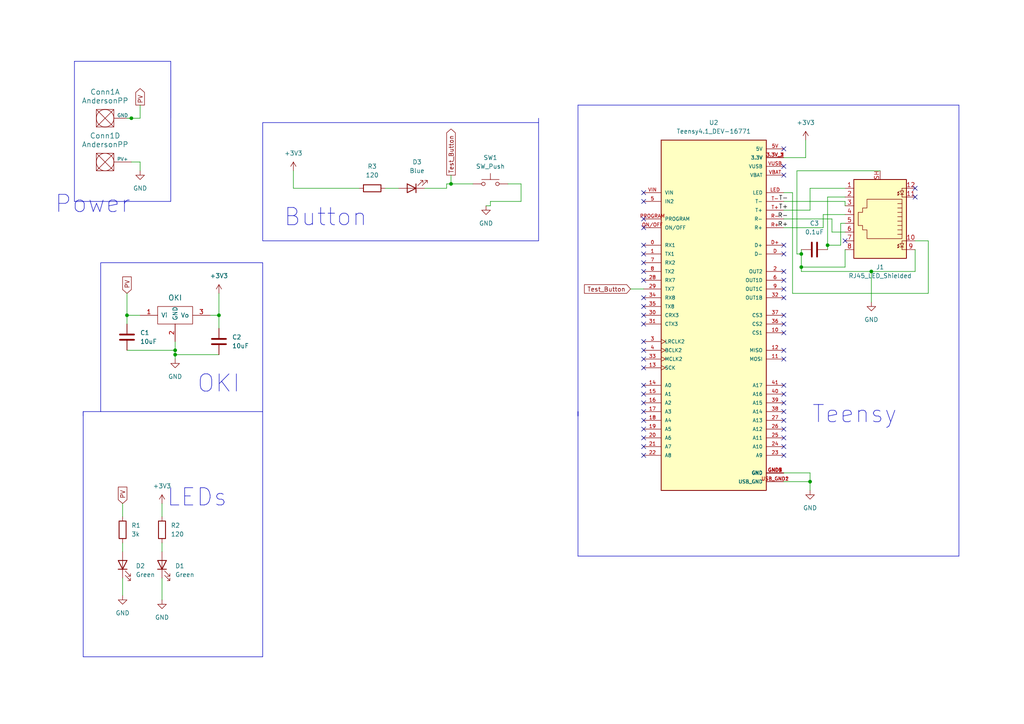
<source format=kicad_sch>
(kicad_sch (version 20230121) (generator eeschema)
  (paper "A4")
  (lib_symbols
    (symbol "Connector:RJ45_LED_Shielded" (pin_names (offset 1.016))
      (property "Reference" "J" (at -5.08 13.97 0))
      (property "Value" "RJ45_LED_Shielded" (at 1.27 13.97 0))
      (symbol "RJ45_LED_Shielded_0_1"
        (polyline (pts (xy -7.62 -7.62) (xy -6.35 -7.62)))
        (polyline (pts (xy -7.62 -5.08) (xy -6.35 -5.08)))
        (polyline (pts (xy -7.62 7.62) (xy -6.35 7.62)))
        (polyline (pts (xy -7.62 10.16) (xy -6.35 10.16)))
        (polyline (pts (xy -6.858 -5.842) (xy -5.842 -5.842)))
        (polyline (pts (xy -6.858 9.398) (xy -5.842 9.398)))
        (polyline (pts (xy -6.35 -7.62) (xy -6.35 -6.858)))
        (polyline (pts (xy -6.35 -5.08) (xy -6.35 -5.842)))
        (polyline (pts (xy -6.35 7.62) (xy -6.35 8.382)))
        (polyline (pts (xy -6.35 10.16) (xy -6.35 9.398)))
        (polyline (pts (xy -5.08 -6.223) (xy -5.207 -6.604)))
        (polyline (pts (xy -5.08 -5.588) (xy -5.207 -5.969)))
        (polyline (pts (xy -5.08 4.445) (xy -6.35 4.445)))
        (polyline (pts (xy -5.08 5.715) (xy -6.35 5.715)))
        (polyline (pts (xy -5.08 9.017) (xy -5.207 8.636)))
        (polyline (pts (xy -5.08 9.652) (xy -5.207 9.271)))
        (polyline (pts (xy -6.35 -3.175) (xy -5.08 -3.175) (xy -5.08 -3.175)))
        (polyline (pts (xy -6.35 -1.905) (xy -5.08 -1.905) (xy -5.08 -1.905)))
        (polyline (pts (xy -6.35 -0.635) (xy -5.08 -0.635) (xy -5.08 -0.635)))
        (polyline (pts (xy -6.35 0.635) (xy -5.08 0.635) (xy -5.08 0.635)))
        (polyline (pts (xy -6.35 1.905) (xy -5.08 1.905) (xy -5.08 1.905)))
        (polyline (pts (xy -5.588 -6.731) (xy -5.08 -6.223) (xy -5.461 -6.35)))
        (polyline (pts (xy -5.588 -6.096) (xy -5.08 -5.588) (xy -5.461 -5.715)))
        (polyline (pts (xy -5.588 8.509) (xy -5.08 9.017) (xy -5.461 8.89)))
        (polyline (pts (xy -5.588 9.144) (xy -5.08 9.652) (xy -5.461 9.525)))
        (polyline (pts (xy -5.08 3.175) (xy -6.35 3.175) (xy -6.35 3.175)))
        (polyline (pts (xy -6.35 -5.842) (xy -6.858 -6.858) (xy -5.842 -6.858) (xy -6.35 -5.842)))
        (polyline (pts (xy -6.35 9.398) (xy -6.858 8.382) (xy -5.842 8.382) (xy -6.35 9.398)))
        (polyline (pts (xy -6.35 -4.445) (xy -6.35 6.985) (xy 3.81 6.985) (xy 3.81 4.445) (xy 5.08 4.445) (xy 5.08 3.175) (xy 6.35 3.175) (xy 6.35 -0.635) (xy 5.08 -0.635) (xy 5.08 -1.905) (xy 3.81 -1.905) (xy 3.81 -4.445) (xy -6.35 -4.445) (xy -6.35 -4.445)))
        (rectangle (start 7.62 12.7) (end -7.62 -10.16) (stroke (width 0.254)) (fill (type background)))
      )
      (symbol "RJ45_LED_Shielded_1_1"
        (pin passive line (at 10.16 -7.62 180) (length 2.54) (name "~") (number "1"))
        (pin passive line (at -10.16 7.62 0) (length 2.54) (name "~") (number "10"))
        (pin passive line (at -10.16 -5.08 0) (length 2.54) (name "~") (number "11"))
        (pin passive line (at -10.16 -7.62 0) (length 2.54) (name "~") (number "12"))
        (pin passive line (at 10.16 -5.08 180) (length 2.54) (name "~") (number "2"))
        (pin passive line (at 10.16 -2.54 180) (length 2.54) (name "~") (number "3"))
        (pin passive line (at 10.16 0 180) (length 2.54) (name "~") (number "4"))
        (pin passive line (at 10.16 2.54 180) (length 2.54) (name "~") (number "5"))
        (pin passive line (at 10.16 5.08 180) (length 2.54) (name "~") (number "6"))
        (pin passive line (at 10.16 7.62 180) (length 2.54) (name "~") (number "7"))
        (pin passive line (at 10.16 10.16 180) (length 2.54) (name "~") (number "8"))
        (pin passive line (at -10.16 10.16 0) (length 2.54) (name "~") (number "9"))
        (pin passive line (at 0 -12.7 90) (length 2.54) (name "~") (number "SH"))
      )
    )
    (symbol "Device:C" (pin_numbers hide) (pin_names (offset 0.254))
      (property "Reference" "C" (at 0.635 2.54 0))
      (property "Value" "C" (at 0.635 -2.54 0))
      (symbol "C_0_1"
        (polyline (pts (xy -2.032 -0.762) (xy 2.032 -0.762)) (stroke (width 0.508)))
        (polyline (pts (xy -2.032 0.762) (xy 2.032 0.762)) (stroke (width 0.508)))
      )
      (symbol "C_1_1"
        (pin passive line (at 0 3.81 270) (length 2.794) (name "~") (number "1"))
        (pin passive line (at 0 -3.81 90) (length 2.794) (name "~") (number "2"))
      )
    )
    (symbol "Device:LED" (pin_numbers hide) (pin_names (offset 1.016) hide)
      (property "Reference" "D" (at 0 2.54 0))
      (property "Value" "LED" (at 0 -2.54 0))
      (symbol "LED_0_1"
        (polyline (pts (xy -1.27 -1.27) (xy -1.27 1.27)) (stroke (width 0.254)))
        (polyline (pts (xy -1.27 0) (xy 1.27 0)))
        (polyline (pts (xy 1.27 -1.27) (xy 1.27 1.27) (xy -1.27 0) (xy 1.27 -1.27)) (stroke (width 0.254)))
        (polyline (pts (xy -3.048 -0.762) (xy -4.572 -2.286) (xy -3.81 -2.286) (xy -4.572 -2.286) (xy -4.572 -1.524)))
        (polyline (pts (xy -1.778 -0.762) (xy -3.302 -2.286) (xy -2.54 -2.286) (xy -3.302 -2.286) (xy -3.302 -1.524)))
      )
      (symbol "LED_1_1"
        (pin passive line (at -3.81 0 0) (length 2.54) (name "K") (number "1"))
        (pin passive line (at 3.81 0 180) (length 2.54) (name "A") (number "2"))
      )
    )
    (symbol "Device:R" (pin_numbers hide) (pin_names (offset 0))
      (property "Reference" "R" (at 2.032 0 90))
      (property "Value" "R" (at 0 0 90))
      (symbol "R_0_1"
        (rectangle (start -1.016 -2.54) (end 1.016 2.54) (stroke (width 0.254)))
      )
      (symbol "R_1_1"
        (pin passive line (at 0 3.81 270) (length 1.27) (name "~") (number "1"))
        (pin passive line (at 0 -3.81 90) (length 1.27) (name "~") (number "2"))
      )
    )
    (symbol "MRDT_Connectors:AndersonPP" (pin_numbers hide) (pin_names (offset 0))
      (property "Reference" "Conn" (at 3.81 -1.27 0))
      (property "Value" "AndersonPP" (at 2.54 6.35 0))
      (symbol "AndersonPP_0_1"
        (polyline (pts (xy 0 5.08) (xy 5.08 0)))
        (polyline (pts (xy 5.08 5.08) (xy 0 0)))
        (rectangle (start 0 0) (end 5.08 5.08))
        (circle (center 2.54 2.54) (radius 2.54))
      )
      (symbol "AndersonPP_1_1"
        (pin input line (at 10.16 2.54 180) (length 5.08) (name "GND") (number "1"))
      )
      (symbol "AndersonPP_2_1"
        (pin input line (at 10.16 2.54 180) (length 5.08) (name "V+Log") (number "2"))
      )
      (symbol "AndersonPP_3_1"
        (pin input line (at 10.16 2.54 180) (length 5.08) (name "V+Act") (number "3"))
      )
      (symbol "AndersonPP_4_1"
        (pin input line (at 10.16 2.54 180) (length 5.08) (name "PV+") (number "4"))
      )
      (symbol "AndersonPP_5_1"
        (pin input line (at 10.16 2.54 180) (length 5.08) (name "~") (number "1"))
      )
    )
    (symbol "MRDT_Devices:OKI" (pin_names (offset 1.016))
      (property "Value" "OKI" (at 5.08 6.35 0))
      (symbol "OKI_0_1"
        (rectangle (start 0 0) (end 10.16 5.08))
      )
      (symbol "OKI_1_1"
        (pin input line (at -5.08 2.54 0) (length 5.08) (name "Vi") (number "1"))
        (pin output line (at 5.08 -5.08 90) (length 5.08) (name "GND") (number "2"))
        (pin output line (at 15.24 2.54 180) (length 5.08) (name "Vo") (number "3"))
      )
    )
    (symbol "MRDT_Shields:Teensy4.1_DEV-16771" (pin_names (offset 1.016))
      (property "Reference" "U" (at -15.24 52.07 0))
      (property "Value" "Teensy4.1_DEV-16771" (at -15.24 -53.34 0))
      (symbol "Teensy4.1_DEV-16771_0_0"
        (rectangle (start -15.24 -50.8) (end 15.24 50.8) (stroke (width 0.254)) (fill (type background)))
        (pin bidirectional line (at -20.32 20.32 0) (length 5.08) (name "RX1") (number "0"))
        (pin bidirectional line (at -20.32 17.78 0) (length 5.08) (name "TX1") (number "1"))
        (pin bidirectional line (at 20.32 -5.08 180) (length 5.08) (name "CS1") (number "10"))
        (pin bidirectional line (at 20.32 -12.7 180) (length 5.08) (name "MOSI") (number "11"))
        (pin bidirectional line (at 20.32 -10.16 180) (length 5.08) (name "MISO") (number "12"))
        (pin bidirectional clock (at -20.32 -15.24 0) (length 5.08) (name "SCK") (number "13"))
        (pin bidirectional line (at -20.32 -20.32 0) (length 5.08) (name "A0") (number "14"))
        (pin bidirectional line (at -20.32 -22.86 0) (length 5.08) (name "A1") (number "15"))
        (pin bidirectional line (at -20.32 -25.4 0) (length 5.08) (name "A2") (number "16"))
        (pin bidirectional line (at -20.32 -27.94 0) (length 5.08) (name "A3") (number "17"))
        (pin bidirectional line (at -20.32 -30.48 0) (length 5.08) (name "A4") (number "18"))
        (pin bidirectional line (at -20.32 -33.02 0) (length 5.08) (name "A5") (number "19"))
        (pin output line (at 20.32 12.7 180) (length 5.08) (name "OUT2") (number "2"))
        (pin bidirectional line (at -20.32 -35.56 0) (length 5.08) (name "A6") (number "20"))
        (pin bidirectional line (at -20.32 -38.1 0) (length 5.08) (name "A7") (number "21"))
        (pin bidirectional line (at -20.32 -40.64 0) (length 5.08) (name "A8") (number "22"))
        (pin bidirectional line (at 20.32 -40.64 180) (length 5.08) (name "A9") (number "23"))
        (pin bidirectional line (at 20.32 -38.1 180) (length 5.08) (name "A10") (number "24"))
        (pin bidirectional line (at 20.32 -35.56 180) (length 5.08) (name "A11") (number "25"))
        (pin bidirectional line (at 20.32 -33.02 180) (length 5.08) (name "A12") (number "26"))
        (pin bidirectional line (at 20.32 -30.48 180) (length 5.08) (name "A13") (number "27"))
        (pin bidirectional line (at -20.32 10.16 0) (length 5.08) (name "RX7") (number "28"))
        (pin bidirectional line (at -20.32 7.62 0) (length 5.08) (name "TX7") (number "29"))
        (pin bidirectional clock (at -20.32 -7.62 0) (length 5.08) (name "LRCLK2") (number "3"))
        (pin power_in line (at 20.32 45.72 180) (length 5.08) (name "3.3V") (number "3.3V_1"))
        (pin power_in line (at 20.32 45.72 180) (length 5.08) (name "3.3V") (number "3.3V_2"))
        (pin power_in line (at 20.32 45.72 180) (length 5.08) (name "3.3V") (number "3.3V_3"))
        (pin bidirectional line (at -20.32 0 0) (length 5.08) (name "CRX3") (number "30"))
        (pin bidirectional line (at -20.32 -2.54 0) (length 5.08) (name "CTX3") (number "31"))
        (pin output line (at 20.32 5.08 180) (length 5.08) (name "OUT1B") (number "32"))
        (pin bidirectional clock (at -20.32 -12.7 0) (length 5.08) (name "MCLK2") (number "33"))
        (pin bidirectional line (at -20.32 5.08 0) (length 5.08) (name "RX8") (number "34"))
        (pin bidirectional line (at -20.32 2.54 0) (length 5.08) (name "TX8") (number "35"))
        (pin bidirectional line (at 20.32 -2.54 180) (length 5.08) (name "CS2") (number "36"))
        (pin bidirectional line (at 20.32 0 180) (length 5.08) (name "CS3") (number "37"))
        (pin bidirectional line (at 20.32 -27.94 180) (length 5.08) (name "A14") (number "38"))
        (pin bidirectional line (at 20.32 -25.4 180) (length 5.08) (name "A15") (number "39"))
        (pin bidirectional clock (at -20.32 -10.16 0) (length 5.08) (name "BCLK2") (number "4"))
        (pin bidirectional line (at 20.32 -22.86 180) (length 5.08) (name "A16") (number "40"))
        (pin bidirectional line (at 20.32 -20.32 180) (length 5.08) (name "A17") (number "41"))
        (pin bidirectional line (at -20.32 33.02 0) (length 5.08) (name "IN2") (number "5"))
        (pin power_in line (at 20.32 48.26 180) (length 5.08) (name "5V") (number "5V"))
        (pin output line (at 20.32 10.16 180) (length 5.08) (name "OUT1D") (number "6"))
        (pin bidirectional line (at -20.32 15.24 0) (length 5.08) (name "RX2") (number "7"))
        (pin bidirectional line (at -20.32 12.7 0) (length 5.08) (name "TX2") (number "8"))
        (pin output line (at 20.32 7.62 180) (length 5.08) (name "OUT1C") (number "9"))
        (pin bidirectional line (at 20.32 17.78 180) (length 5.08) (name "D-") (number "D"))
        (pin bidirectional line (at 20.32 20.32 180) (length 5.08) (name "D+") (number "D+"))
        (pin power_in line (at 20.32 -45.72 180) (length 5.08) (name "GND") (number "GND1"))
        (pin power_in line (at 20.32 -45.72 180) (length 5.08) (name "GND") (number "GND2"))
        (pin power_in line (at 20.32 -45.72 180) (length 5.08) (name "GND") (number "GND3"))
        (pin power_in line (at 20.32 -45.72 180) (length 5.08) (name "GND") (number "GND4"))
        (pin power_in line (at 20.32 -45.72 180) (length 5.08) (name "GND") (number "GND5"))
        (pin bidirectional line (at 20.32 35.56 180) (length 5.08) (name "LED") (number "LED"))
        (pin bidirectional line (at -20.32 25.4 0) (length 5.08) (name "ON/OFF") (number "ON/OFF"))
        (pin bidirectional line (at -20.32 27.94 0) (length 5.08) (name "PROGRAM") (number "PROGRAM"))
        (pin bidirectional line (at 20.32 25.4 180) (length 5.08) (name "R+") (number "R+"))
        (pin bidirectional line (at 20.32 27.94 180) (length 5.08) (name "R-") (number "R-"))
        (pin bidirectional line (at 20.32 30.48 180) (length 5.08) (name "T+") (number "T+"))
        (pin bidirectional line (at 20.32 33.02 180) (length 5.08) (name "T-") (number "T-"))
        (pin power_in line (at 20.32 -48.26 180) (length 5.08) (name "USB_GND") (number "USB_GND1"))
        (pin power_in line (at 20.32 -48.26 180) (length 5.08) (name "USB_GND") (number "USB_GND2"))
        (pin passive line (at 20.32 40.64 180) (length 5.08) (name "VBAT") (number "VBAT"))
        (pin input line (at -20.32 35.56 0) (length 5.08) (name "VIN") (number "VIN"))
        (pin passive line (at 20.32 43.18 180) (length 5.08) (name "VUSB") (number "VUSB"))
      )
    )
    (symbol "Switch:SW_Push" (pin_numbers hide) (pin_names (offset 1.016) hide)
      (property "Reference" "SW" (at 1.27 2.54 0))
      (property "Value" "SW_Push" (at 0 -1.524 0))
      (symbol "SW_Push_0_1"
        (circle (center -2.032 0) (radius 0.508))
        (polyline (pts (xy 0 1.27) (xy 0 3.048)))
        (polyline (pts (xy 2.54 1.27) (xy -2.54 1.27)))
        (circle (center 2.032 0) (radius 0.508))
        (pin passive line (at -5.08 0 0) (length 2.54) (name "1") (number "1"))
        (pin passive line (at 5.08 0 180) (length 2.54) (name "2") (number "2"))
      )
    )
    (symbol "power:+3V3" (power) (pin_names (offset 0))
      (property "Value" "+3V3" (at 0 3.556 0))
      (symbol "+3V3_0_1"
        (polyline (pts (xy -0.762 1.27) (xy 0 2.54)))
        (polyline (pts (xy 0 0) (xy 0 2.54)))
        (polyline (pts (xy 0 2.54) (xy 0.762 1.27)))
      )
      (symbol "+3V3_1_1"
        (pin power_in line (at 0 0 90) (length 0) hide (name "+3V3") (number "1"))
      )
    )
    (symbol "power:GND" (power) (pin_names (offset 0))
      (property "Value" "GND" (at 0 -3.81 0))
      (symbol "GND_0_1"
        (polyline (pts (xy 0 0) (xy 0 -1.27) (xy 1.27 -1.27) (xy 0 -2.54) (xy -1.27 -1.27) (xy 0 -1.27)))
      )
      (symbol "GND_1_1"
        (pin power_in line (at 0 0 270) (length 0) hide (name "GND") (number "1"))
      )
    )
  )
  (junction (at 232.41 73.66))
  (junction (at 36.83 91.44))
  (junction (at 130.81 53.34))
  (junction (at 240.03 71.12))
  (junction (at 252.73 78.74))
  (junction (at 50.8 101.6))
  (junction (at 63.5 91.44))
  (junction (at 232.41 77.47))
  (junction (at 234.95 139.7))
  (junction (at 38.1 34.29))
  (junction (at 50.8 102.87))
  (no_connect (at 186.69 129.54))
  (no_connect (at 245.11 69.85))
  (no_connect (at 227.33 91.44))
  (no_connect (at 227.33 50.8))
  (no_connect (at 227.33 132.08))
  (no_connect (at 227.33 111.76))
  (no_connect (at 186.69 78.74))
  (no_connect (at 186.69 132.08))
  (no_connect (at 227.33 114.3))
  (no_connect (at 227.33 93.98))
  (no_connect (at 227.33 124.46))
  (no_connect (at 186.69 104.14))
  (no_connect (at 227.33 104.14))
  (no_connect (at 227.33 83.82))
  (no_connect (at 227.33 71.12))
  (no_connect (at 227.33 78.74))
  (no_connect (at 186.69 66.04))
  (no_connect (at 265.43 54.61))
  (no_connect (at 186.69 119.38))
  (no_connect (at 186.69 114.3))
  (no_connect (at 186.69 76.2))
  (no_connect (at 227.33 86.36))
  (no_connect (at 186.69 88.9))
  (no_connect (at 186.69 81.28))
  (no_connect (at 265.43 57.15))
  (no_connect (at 186.69 127))
  (no_connect (at 227.33 101.6))
  (no_connect (at 186.69 111.76))
  (no_connect (at 186.69 73.66))
  (no_connect (at 186.69 58.42))
  (no_connect (at 227.33 73.66))
  (no_connect (at 186.69 124.46))
  (no_connect (at 227.33 43.18))
  (no_connect (at 227.33 96.52))
  (no_connect (at 227.33 127))
  (no_connect (at 186.69 86.36))
  (no_connect (at 186.69 121.92))
  (no_connect (at 186.69 55.88))
  (no_connect (at 186.69 99.06))
  (no_connect (at 227.33 116.84))
  (no_connect (at 186.69 106.68))
  (no_connect (at 186.69 93.98))
  (no_connect (at 227.33 81.28))
  (no_connect (at 227.33 129.54))
  (no_connect (at 186.69 63.5))
  (no_connect (at 227.33 48.26))
  (no_connect (at 186.69 116.84))
  (no_connect (at 186.69 71.12))
  (no_connect (at 227.33 119.38))
  (no_connect (at 186.69 101.6))
  (no_connect (at 186.69 91.44))
  (no_connect (at 227.33 121.92))
  (wire (pts (xy 232.41 72.39) (xy 232.41 73.66)))
  (polyline (pts (xy 156.21 69.85) (xy 76.2 69.85)))
  (wire (pts (xy 232.41 78.74) (xy 232.41 77.47)))
  (wire (pts (xy 232.41 73.66) (xy 232.41 77.47)))
  (polyline (pts (xy 24.13 119.38) (xy 29.21 119.38)))
  (wire (pts (xy 63.5 91.44) (xy 63.5 95.25)))
  (wire (pts (xy 151.13 53.34) (xy 151.13 58.42)))
  (polyline (pts (xy 76.2 35.56) (xy 76.2 69.85)))
  (wire (pts (xy 129.54 53.34) (xy 129.54 54.61)))
  (wire (pts (xy 240.03 71.12) (xy 240.03 72.39)))
  (wire (pts (xy 129.54 53.34) (xy 130.81 53.34)))
  (wire (pts (xy 234.95 142.24) (xy 234.95 139.7)))
  (wire (pts (xy 40.64 30.48) (xy 40.64 34.29)))
  (wire (pts (xy 238.76 62.23) (xy 245.11 62.23)))
  (wire (pts (xy 255.27 49.53) (xy 231.14 49.53)))
  (wire (pts (xy 241.3 67.31) (xy 245.11 67.31)))
  (wire (pts (xy 35.56 157.48) (xy 35.56 160.02)))
  (polyline (pts (xy 24.13 120.65) (xy 24.13 119.38)))
  (wire (pts (xy 227.33 45.72) (xy 233.68 45.72)))
  (wire (pts (xy 60.96 91.44) (xy 63.5 91.44)))
  (wire (pts (xy 234.95 54.61) (xy 245.11 54.61)))
  (wire (pts (xy 36.83 85.09) (xy 36.83 91.44)))
  (wire (pts (xy 46.99 146.05) (xy 46.99 149.86)))
  (wire (pts (xy 50.8 99.06) (xy 50.8 101.6)))
  (polyline (pts (xy 24.13 190.5) (xy 24.13 119.38)))
  (wire (pts (xy 46.99 157.48) (xy 46.99 160.02)))
  (polyline (pts (xy 76.2 76.2) (xy 76.2 190.5)))
  (polyline (pts (xy 29.21 119.38) (xy 29.21 76.2)))
  (wire (pts (xy 35.56 146.05) (xy 35.56 149.86)))
  (wire (pts (xy 36.83 93.98) (xy 36.83 91.44)))
  (wire (pts (xy 111.76 54.61) (xy 115.57 54.61)))
  (wire (pts (xy 229.87 55.88) (xy 229.87 85.09)))
  (wire (pts (xy 130.81 50.8) (xy 130.81 53.34)))
  (wire (pts (xy 227.33 66.04) (xy 238.76 66.04)))
  (wire (pts (xy 234.95 139.7) (xy 234.95 137.16)))
  (polyline (pts (xy 278.13 161.29) (xy 278.13 30.48)))
  (wire (pts (xy 50.8 101.6) (xy 50.8 102.87)))
  (wire (pts (xy 243.84 64.77) (xy 243.84 71.12)))
  (wire (pts (xy 245.11 57.15) (xy 240.03 57.15)))
  (polyline (pts (xy 167.64 120.65) (xy 167.64 119.38)))
  (wire (pts (xy 142.24 59.69) (xy 140.97 59.69)))
  (polyline (pts (xy 167.64 161.29) (xy 278.13 161.29)))
  (wire (pts (xy 227.33 63.5) (xy 241.3 63.5)))
  (wire (pts (xy 85.09 49.53) (xy 85.09 54.61)))
  (wire (pts (xy 227.33 58.42) (xy 245.11 58.42)))
  (polyline (pts (xy 49.53 17.78) (xy 49.53 34.29)))
  (polyline (pts (xy 21.59 17.78) (xy 49.53 17.78)))
  (wire (pts (xy 229.87 85.09) (xy 269.24 85.09)))
  (wire (pts (xy 233.68 45.72) (xy 233.68 40.64)))
  (wire (pts (xy 241.3 63.5) (xy 241.3 67.31)))
  (wire (pts (xy 142.24 58.42) (xy 142.24 59.69)))
  (polyline (pts (xy 29.21 76.2) (xy 76.2 76.2)))
  (wire (pts (xy 238.76 66.04) (xy 238.76 62.23)))
  (wire (pts (xy 265.43 72.39) (xy 265.43 78.74)))
  (wire (pts (xy 36.83 34.29) (xy 38.1 34.29)))
  (wire (pts (xy 50.8 102.87) (xy 50.8 104.14)))
  (wire (pts (xy 38.1 46.99) (xy 40.64 46.99)))
  (polyline (pts (xy 49.53 58.42) (xy 21.59 58.42)))
  (wire (pts (xy 129.54 54.61) (xy 123.19 54.61)))
  (wire (pts (xy 36.83 101.6) (xy 50.8 101.6)))
  (wire (pts (xy 234.95 60.96) (xy 234.95 54.61)))
  (wire (pts (xy 269.24 69.85) (xy 265.43 69.85)))
  (wire (pts (xy 227.33 55.88) (xy 229.87 55.88)))
  (polyline (pts (xy 167.64 119.38) (xy 167.64 161.29)))
  (wire (pts (xy 50.8 102.87) (xy 63.5 102.87)))
  (polyline (pts (xy 278.13 30.48) (xy 167.64 30.48)))
  (wire (pts (xy 85.09 54.61) (xy 104.14 54.61)))
  (wire (pts (xy 231.14 49.53) (xy 231.14 73.66)))
  (wire (pts (xy 245.11 77.47) (xy 245.11 72.39)))
  (wire (pts (xy 227.33 139.7) (xy 234.95 139.7)))
  (wire (pts (xy 232.41 77.47) (xy 245.11 77.47)))
  (wire (pts (xy 240.03 57.15) (xy 240.03 71.12)))
  (wire (pts (xy 245.11 58.42) (xy 245.11 59.69)))
  (polyline (pts (xy 76.2 35.56) (xy 156.21 35.56)))
  (wire (pts (xy 252.73 78.74) (xy 232.41 78.74)))
  (wire (pts (xy 130.81 53.34) (xy 137.16 53.34)))
  (wire (pts (xy 36.83 91.44) (xy 40.64 91.44)))
  (wire (pts (xy 40.64 34.29) (xy 38.1 34.29)))
  (wire (pts (xy 151.13 58.42) (xy 142.24 58.42)))
  (wire (pts (xy 182.88 83.82) (xy 186.69 83.82)))
  (wire (pts (xy 63.5 91.44) (xy 63.5 85.09)))
  (wire (pts (xy 231.14 73.66) (xy 232.41 73.66)))
  (wire (pts (xy 227.33 60.96) (xy 234.95 60.96)))
  (wire (pts (xy 240.03 71.12) (xy 243.84 71.12)))
  (wire (pts (xy 265.43 78.74) (xy 252.73 78.74)))
  (wire (pts (xy 234.95 137.16) (xy 227.33 137.16)))
  (wire (pts (xy 35.56 167.64) (xy 35.56 172.72)))
  (wire (pts (xy 46.99 167.64) (xy 46.99 173.99)))
  (polyline (pts (xy 76.2 119.38) (xy 29.21 119.38)))
  (wire (pts (xy 245.11 64.77) (xy 243.84 64.77)))
  (polyline (pts (xy 156.21 34.29) (xy 156.21 69.85)))
  (wire (pts (xy 269.24 85.09) (xy 269.24 69.85)))
  (polyline (pts (xy 49.53 20.32) (xy 49.53 58.42)))
  (polyline (pts (xy 21.59 58.42) (xy 21.59 17.78)))
  (polyline (pts (xy 167.64 30.48) (xy 167.64 120.65)))
  (wire (pts (xy 252.73 78.74) (xy 252.73 87.63)))
  (polyline (pts (xy 76.2 190.5) (xy 24.13 190.5)))
  (wire (pts (xy 40.64 46.99) (xy 40.64 49.53)))
  (wire (pts (xy 147.32 53.34) (xy 151.13 53.34)))
  (text "Button" (at 106.68 66.04 0) (effects (font (size 5 5)) (justify right bottom)))
  (text "LEDs\n" (at 66.04 147.32 0) (effects (font (size 5 5)) (justify right bottom)))
  (text "Power\n" (at 38.1 62.23 0) (effects (font (size 5 5)) (justify right bottom)))
  (text "OKI" (at 69.85 114.3 0) (effects (font (size 5 5)) (justify right bottom)))
  (text "Teensy\n" (at 260.35 123.19 0) (effects (font (size 5 5)) (justify right bottom)))
  (label "R-" (at 228.6 63.5 180))
  (label "T+" (at 228.6 60.96 180))
  (label "R+" (at 228.6 66.04 180))
  (label "T-" (at 228.6 58.42 180))
  (global_label "PV" (shape output) (at 40.64 30.48 90) (property "Intersheetrefs" "${INTERSHEET_REFS}" (effects hide)))
  (global_label "Test_Button" (shape output) (at 130.81 50.8 90) (property "Intersheetrefs" "${INTERSHEET_REFS}" (effects hide)))
  (global_label "PV" (shape input) (at 35.56 146.05 90) (property "Intersheetrefs" "${INTERSHEET_REFS}" (effects hide)))
  (global_label "PV" (shape input) (at 36.83 85.09 90) (property "Intersheetrefs" "${INTERSHEET_REFS}" (effects hide)))
  (global_label "Test_Button" (shape input) (at 182.88 83.82 180) (property "Intersheetrefs" "${INTERSHEET_REFS}" (effects hide)))
  (symbol (lib_id "Switch:SW_Push") (at 142.24 53.34 0) (unit 1)
    (property "Reference" "SW1" (at 142.24 45.72 0))
    (property "Value" "SW_Push" (at 142.24 48.26 0))
    (property "Footprint" "Button_Switch_SMD:SW_SPST_TL3305A" (effects hide))
  )
  (symbol (lib_id "power:GND") (at 234.95 142.24 0) (unit 1)
    (property "Reference" "#PWR08" (effects hide))
    (property "Value" "GND" (at 234.95 147.32 0))
  )
  (symbol (lib_id "power:+3V3") (at 85.09 49.53 0) (unit 1)
    (property "Reference" "#PWR010" (effects hide))
    (property "Value" "+3V3" (at 85.09 44.45 0))
  )
  (symbol (lib_id "Device:LED") (at 46.99 163.83 90) (unit 1)
    (property "Reference" "D1" (at 50.8 164.1475 90) (effects (justify right)))
    (property "Value" "Green" (at 50.8 166.6875 90) (effects (justify right)))
    (property "Footprint" "LED_SMD:LED_0603_1608Metric_Pad1.05x0.95mm_HandSolder" (effects hide))
  )
  (symbol (lib_id "power:+3V3") (at 46.99 146.05 0) (unit 1)
    (property "Reference" "#PWR06" (effects hide))
    (property "Value" "+3V3" (at 46.99 140.97 0))
  )
  (symbol (lib_id "Device:LED") (at 119.38 54.61 180) (unit 1)
    (property "Reference" "D3" (at 120.9675 46.99 0))
    (property "Value" "Blue" (at 120.9675 49.53 0))
    (property "Footprint" "LED_SMD:LED_0603_1608Metric_Pad1.05x0.95mm_HandSolder" (effects hide))
  )
  (symbol (lib_id "MRDT_Devices:OKI") (at 45.72 93.98 0) (unit 1)
    (property "Reference" "U1" (effects hide))
    (property "Value" "OKI" (at 50.8 86.36 0) (effects (font (size 1.524 1.524))))
    (property "Footprint" "MRDT_Devices:OKI_Horizontal" (effects hide))
  )
  (symbol (lib_id "power:GND") (at 35.56 172.72 0) (unit 1)
    (property "Reference" "#PWR04" (effects hide))
    (property "Value" "GND" (at 35.56 177.8 0))
  )
  (symbol (lib_id "power:GND") (at 50.8 104.14 0) (unit 1)
    (property "Reference" "#PWR02" (effects hide))
    (property "Value" "GND" (at 50.8 109.22 0))
  )
  (symbol (lib_id "Device:R") (at 35.56 153.67 0) (unit 1)
    (property "Reference" "R1" (at 38.1 152.4 0) (effects (justify left)))
    (property "Value" "3k" (at 38.1 154.94 0) (effects (justify left)))
    (property "Footprint" "Resistor_SMD:R_0603_1608Metric_Pad0.98x0.95mm_HandSolder" (effects hide))
  )
  (symbol (lib_id "power:+3V3") (at 233.68 40.64 0) (unit 1)
    (property "Reference" "#PWR07" (effects hide))
    (property "Value" "+3V3" (at 233.68 35.56 0))
  )
  (symbol (lib_id "MRDT_Connectors:AndersonPP") (at 27.94 49.53 0) (unit 4)
    (property "Reference" "Conn1" (at 30.48 39.37 0) (effects (font (size 1.524 1.524))))
    (property "Value" "AndersonPP" (at 30.48 41.91 0) (effects (font (size 1.524 1.524))))
    (property "Footprint" "MRDT_Connectors:Square_Anderson_2_H_Side_By_Side_PV" (effects hide))
  )
  (symbol (lib_id "Connector:RJ45_LED_Shielded") (at 255.27 62.23 180) (unit 1)
    (property "Reference" "J1" (at 255.27 77.47 0))
    (property "Value" "RJ45_LED_Shielded" (at 255.27 80.01 0))
    (property "Footprint" "MRDT_Connectors:RJ45_Teensy" (effects hide))
  )
  (symbol (lib_id "MRDT_Connectors:AndersonPP") (at 27.94 36.83 0) (unit 1)
    (property "Reference" "Conn1" (at 30.48 26.67 0) (effects (font (size 1.524 1.524))))
    (property "Value" "AndersonPP" (at 30.48 29.21 0) (effects (font (size 1.524 1.524))))
    (property "Footprint" "MRDT_Connectors:Square_Anderson_2_H_Side_By_Side_PV" (effects hide))
  )
  (symbol (lib_id "power:GND") (at 40.64 49.53 0) (unit 1)
    (property "Reference" "#PWR01" (effects hide))
    (property "Value" "GND" (at 40.64 54.61 0))
  )
  (symbol (lib_id "power:GND") (at 140.97 59.69 0) (unit 1)
    (property "Reference" "#PWR011" (effects hide))
    (property "Value" "GND" (at 140.97 64.77 0))
  )
  (symbol (lib_id "MRDT_Shields:Teensy4.1_DEV-16771") (at 207.01 91.44 0) (unit 1)
    (property "Reference" "U2" (at 207.01 35.56 0))
    (property "Value" "Teensy4.1_DEV-16771" (at 207.01 38.1 0))
    (property "Footprint" "MRDT_Shields:Teensy_4_1_Ethernet" (effects hide))
    (property "STANDARD" "Manufacturer recommendations" (effects hide))
    (property "MAXIMUM_PACKAGE_HEIGHT" "4.07mm" (effects hide))
    (property "MANUFACTURER" "SparkFun Electronics" (effects hide))
    (property "PARTREV" "4.1" (effects hide))
  )
  (symbol (lib_id "power:GND") (at 46.99 173.99 0) (unit 1)
    (property "Reference" "#PWR05" (effects hide))
    (property "Value" "GND" (at 46.99 179.07 0))
  )
  (symbol (lib_id "Device:R") (at 107.95 54.61 90) (unit 1)
    (property "Reference" "R3" (at 107.95 48.26 90))
    (property "Value" "120" (at 107.95 50.8 90))
    (property "Footprint" "Resistor_SMD:R_0603_1608Metric_Pad0.98x0.95mm_HandSolder" (effects hide))
  )
  (symbol (lib_id "Device:LED") (at 35.56 163.83 90) (unit 1)
    (property "Reference" "D2" (at 39.37 164.1475 90) (effects (justify right)))
    (property "Value" "Green" (at 39.37 166.6875 90) (effects (justify right)))
    (property "Footprint" "LED_SMD:LED_0603_1608Metric_Pad1.05x0.95mm_HandSolder" (effects hide))
  )
  (symbol (lib_id "Device:R") (at 46.99 153.67 0) (unit 1)
    (property "Reference" "R2" (at 49.53 152.4 0) (effects (justify left)))
    (property "Value" "120" (at 49.53 154.94 0) (effects (justify left)))
    (property "Footprint" "Resistor_SMD:R_0603_1608Metric_Pad0.98x0.95mm_HandSolder" (effects hide))
  )
  (symbol (lib_id "Device:C") (at 36.83 97.79 0) (unit 1)
    (property "Reference" "C1" (at 40.64 96.52 0) (effects (justify left)))
    (property "Value" "10uF" (at 40.64 99.06 0) (effects (justify left)))
    (property "Footprint" "Capacitor_SMD:C_0603_1608Metric_Pad1.08x0.95mm_HandSolder" (effects hide))
  )
  (symbol (lib_id "Device:C") (at 63.5 99.06 0) (unit 1)
    (property "Reference" "C2" (at 67.31 97.79 0) (effects (justify left)))
    (property "Value" "10uF" (at 67.31 100.33 0) (effects (justify left)))
    (property "Footprint" "Capacitor_SMD:C_0603_1608Metric_Pad1.08x0.95mm_HandSolder" (effects hide))
  )
  (symbol (lib_id "Device:C") (at 236.22 72.39 90) (unit 1)
    (property "Reference" "C3" (at 236.22 64.77 90))
    (property "Value" "0.1uF" (at 236.22 67.31 90))
    (property "Footprint" "Capacitor_SMD:C_0603_1608Metric_Pad1.08x0.95mm_HandSolder" (effects hide))
  )
  (symbol (lib_id "power:+3V3") (at 63.5 85.09 0) (unit 1)
    (property "Reference" "#PWR03" (effects hide))
    (property "Value" "+3V3" (at 63.5 80.01 0))
  )
  (symbol (lib_id "power:GND") (at 252.73 87.63 0) (unit 1)
    (property "Reference" "#PWR09" (effects hide))
    (property "Value" "GND" (at 252.73 92.71 0))
  )
)
</source>
